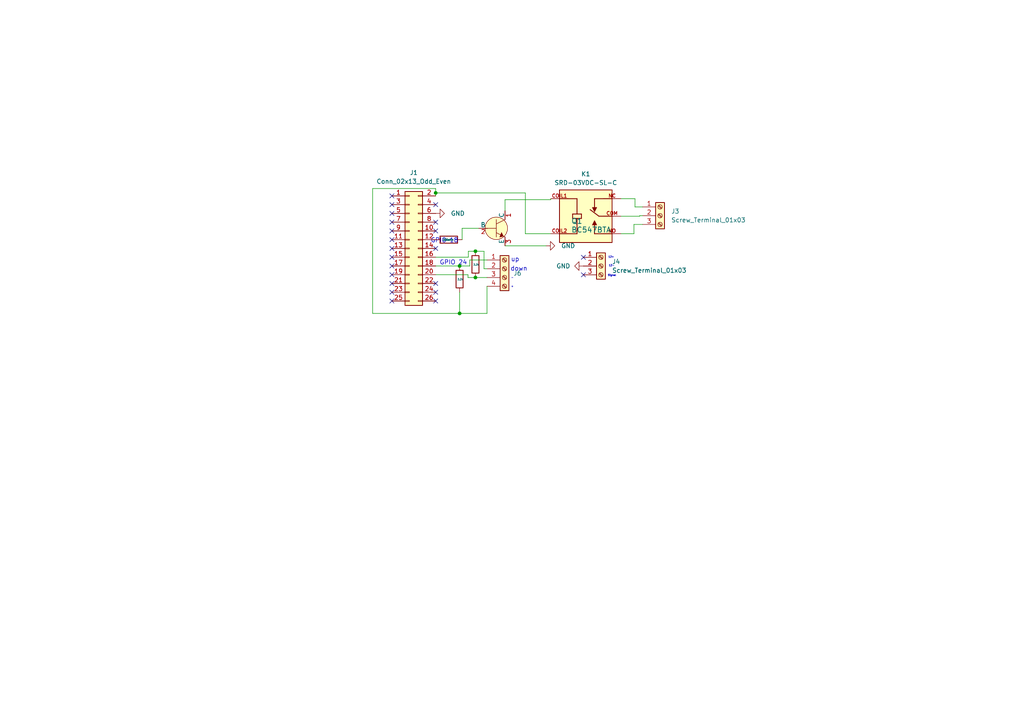
<source format=kicad_sch>
(kicad_sch (version 20230121) (generator eeschema)
  (paper "A4")
  (lib_symbols
    (symbol "Connector:Screw_Terminal_01x03" (pin_names (offset 1.016) hide)
      (property "Reference" "J" (at 0 5.08 0))
      (property "Value" "Screw_Terminal_01x03" (at 0 -5.08 0))
      (symbol "Screw_Terminal_01x03_1_1"
        (rectangle (start -1.27 3.81) (end 1.27 -3.81) (stroke (width 0.254)) (fill (type background)))
        (circle (center 0 -2.54) (radius 0.635) (stroke (width 0.1524)))
        (polyline (pts (xy -0.5334 -2.2098) (xy 0.3302 -3.048)) (stroke (width 0.1524)))
        (polyline (pts (xy -0.5334 0.3302) (xy 0.3302 -0.508)) (stroke (width 0.1524)))
        (polyline (pts (xy -0.5334 2.8702) (xy 0.3302 2.032)) (stroke (width 0.1524)))
        (polyline (pts (xy -0.3556 -2.032) (xy 0.508 -2.8702)) (stroke (width 0.1524)))
        (polyline (pts (xy -0.3556 0.508) (xy 0.508 -0.3302)) (stroke (width 0.1524)))
        (polyline (pts (xy -0.3556 3.048) (xy 0.508 2.2098)) (stroke (width 0.1524)))
        (circle (center 0 0) (radius 0.635) (stroke (width 0.1524)))
        (circle (center 0 2.54) (radius 0.635) (stroke (width 0.1524)))
        (pin passive line (at -5.08 2.54 0) (length 3.81) (name "Pin_1") (number "1"))
        (pin passive line (at -5.08 0 0) (length 3.81) (name "Pin_2") (number "2"))
        (pin passive line (at -5.08 -2.54 0) (length 3.81) (name "Pin_3") (number "3"))
      )
    )
    (symbol "Connector:Screw_Terminal_01x04" (pin_names (offset 1.016) hide)
      (property "Reference" "J" (at 0 5.08 0))
      (property "Value" "Screw_Terminal_01x04" (at 0 -7.62 0))
      (symbol "Screw_Terminal_01x04_1_1"
        (rectangle (start -1.27 3.81) (end 1.27 -6.35) (stroke (width 0.254)) (fill (type background)))
        (circle (center 0 -5.08) (radius 0.635) (stroke (width 0.1524)))
        (circle (center 0 -2.54) (radius 0.635) (stroke (width 0.1524)))
        (polyline (pts (xy -0.5334 -4.7498) (xy 0.3302 -5.588)) (stroke (width 0.1524)))
        (polyline (pts (xy -0.5334 -2.2098) (xy 0.3302 -3.048)) (stroke (width 0.1524)))
        (polyline (pts (xy -0.5334 0.3302) (xy 0.3302 -0.508)) (stroke (width 0.1524)))
        (polyline (pts (xy -0.5334 2.8702) (xy 0.3302 2.032)) (stroke (width 0.1524)))
        (polyline (pts (xy -0.3556 -4.572) (xy 0.508 -5.4102)) (stroke (width 0.1524)))
        (polyline (pts (xy -0.3556 -2.032) (xy 0.508 -2.8702)) (stroke (width 0.1524)))
        (polyline (pts (xy -0.3556 0.508) (xy 0.508 -0.3302)) (stroke (width 0.1524)))
        (polyline (pts (xy -0.3556 3.048) (xy 0.508 2.2098)) (stroke (width 0.1524)))
        (circle (center 0 0) (radius 0.635) (stroke (width 0.1524)))
        (circle (center 0 2.54) (radius 0.635) (stroke (width 0.1524)))
        (pin passive line (at -5.08 2.54 0) (length 3.81) (name "Pin_1") (number "1"))
        (pin passive line (at -5.08 0 0) (length 3.81) (name "Pin_2") (number "2"))
        (pin passive line (at -5.08 -2.54 0) (length 3.81) (name "Pin_3") (number "3"))
        (pin passive line (at -5.08 -5.08 0) (length 3.81) (name "Pin_4") (number "4"))
      )
    )
    (symbol "Connector_Generic:Conn_02x13_Odd_Even" (pin_names (offset 1.016) hide)
      (property "Reference" "J" (at 1.27 17.78 0))
      (property "Value" "Conn_02x13_Odd_Even" (at 1.27 -17.78 0))
      (symbol "Conn_02x13_Odd_Even_1_1"
        (rectangle (start -1.27 -15.113) (end 0 -15.367) (stroke (width 0.1524)))
        (rectangle (start -1.27 -12.573) (end 0 -12.827) (stroke (width 0.1524)))
        (rectangle (start -1.27 -10.033) (end 0 -10.287) (stroke (width 0.1524)))
        (rectangle (start -1.27 -7.493) (end 0 -7.747) (stroke (width 0.1524)))
        (rectangle (start -1.27 -4.953) (end 0 -5.207) (stroke (width 0.1524)))
        (rectangle (start -1.27 -2.413) (end 0 -2.667) (stroke (width 0.1524)))
        (rectangle (start -1.27 0.127) (end 0 -0.127) (stroke (width 0.1524)))
        (rectangle (start -1.27 2.667) (end 0 2.413) (stroke (width 0.1524)))
        (rectangle (start -1.27 5.207) (end 0 4.953) (stroke (width 0.1524)))
        (rectangle (start -1.27 7.747) (end 0 7.493) (stroke (width 0.1524)))
        (rectangle (start -1.27 10.287) (end 0 10.033) (stroke (width 0.1524)))
        (rectangle (start -1.27 12.827) (end 0 12.573) (stroke (width 0.1524)))
        (rectangle (start -1.27 15.367) (end 0 15.113) (stroke (width 0.1524)))
        (rectangle (start -1.27 16.51) (end 3.81 -16.51) (stroke (width 0.254)) (fill (type background)))
        (rectangle (start 3.81 -15.113) (end 2.54 -15.367) (stroke (width 0.1524)))
        (rectangle (start 3.81 -12.573) (end 2.54 -12.827) (stroke (width 0.1524)))
        (rectangle (start 3.81 -10.033) (end 2.54 -10.287) (stroke (width 0.1524)))
        (rectangle (start 3.81 -7.493) (end 2.54 -7.747) (stroke (width 0.1524)))
        (rectangle (start 3.81 -4.953) (end 2.54 -5.207) (stroke (width 0.1524)))
        (rectangle (start 3.81 -2.413) (end 2.54 -2.667) (stroke (width 0.1524)))
        (rectangle (start 3.81 0.127) (end 2.54 -0.127) (stroke (width 0.1524)))
        (rectangle (start 3.81 2.667) (end 2.54 2.413) (stroke (width 0.1524)))
        (rectangle (start 3.81 5.207) (end 2.54 4.953) (stroke (width 0.1524)))
        (rectangle (start 3.81 7.747) (end 2.54 7.493) (stroke (width 0.1524)))
        (rectangle (start 3.81 10.287) (end 2.54 10.033) (stroke (width 0.1524)))
        (rectangle (start 3.81 12.827) (end 2.54 12.573) (stroke (width 0.1524)))
        (rectangle (start 3.81 15.367) (end 2.54 15.113) (stroke (width 0.1524)))
        (pin passive line (at -5.08 15.24 0) (length 3.81) (name "Pin_1") (number "1"))
        (pin passive line (at 7.62 5.08 180) (length 3.81) (name "Pin_10") (number "10"))
        (pin passive line (at -5.08 2.54 0) (length 3.81) (name "Pin_11") (number "11"))
        (pin passive line (at 7.62 2.54 180) (length 3.81) (name "Pin_12") (number "12"))
        (pin passive line (at -5.08 0 0) (length 3.81) (name "Pin_13") (number "13"))
        (pin passive line (at 7.62 0 180) (length 3.81) (name "Pin_14") (number "14"))
        (pin passive line (at -5.08 -2.54 0) (length 3.81) (name "Pin_15") (number "15"))
        (pin passive line (at 7.62 -2.54 180) (length 3.81) (name "Pin_16") (number "16"))
        (pin passive line (at -5.08 -5.08 0) (length 3.81) (name "Pin_17") (number "17"))
        (pin passive line (at 7.62 -5.08 180) (length 3.81) (name "Pin_18") (number "18"))
        (pin passive line (at -5.08 -7.62 0) (length 3.81) (name "Pin_19") (number "19"))
        (pin passive line (at 7.62 15.24 180) (length 3.81) (name "Pin_2") (number "2"))
        (pin passive line (at 7.62 -7.62 180) (length 3.81) (name "Pin_20") (number "20"))
        (pin passive line (at -5.08 -10.16 0) (length 3.81) (name "Pin_21") (number "21"))
        (pin passive line (at 7.62 -10.16 180) (length 3.81) (name "Pin_22") (number "22"))
        (pin passive line (at -5.08 -12.7 0) (length 3.81) (name "Pin_23") (number "23"))
        (pin passive line (at 7.62 -12.7 180) (length 3.81) (name "Pin_24") (number "24"))
        (pin passive line (at -5.08 -15.24 0) (length 3.81) (name "Pin_25") (number "25"))
        (pin passive line (at 7.62 -15.24 180) (length 3.81) (name "Pin_26") (number "26"))
        (pin passive line (at -5.08 12.7 0) (length 3.81) (name "Pin_3") (number "3"))
        (pin passive line (at 7.62 12.7 180) (length 3.81) (name "Pin_4") (number "4"))
        (pin passive line (at -5.08 10.16 0) (length 3.81) (name "Pin_5") (number "5"))
        (pin passive line (at 7.62 10.16 180) (length 3.81) (name "Pin_6") (number "6"))
        (pin passive line (at -5.08 7.62 0) (length 3.81) (name "Pin_7") (number "7"))
        (pin passive line (at 7.62 7.62 180) (length 3.81) (name "Pin_8") (number "8"))
        (pin passive line (at -5.08 5.08 0) (length 3.81) (name "Pin_9") (number "9"))
      )
    )
    (symbol "Device:R" (pin_numbers hide) (pin_names (offset 0))
      (property "Reference" "R" (at 2.032 0 90))
      (property "Value" "R" (at 0 0 90))
      (symbol "R_0_1"
        (rectangle (start -1.016 -2.54) (end 1.016 2.54) (stroke (width 0.254)))
      )
      (symbol "R_1_1"
        (pin passive line (at 0 3.81 270) (length 1.27) (name "~") (number "1"))
        (pin passive line (at 0 -3.81 90) (length 1.27) (name "~") (number "2"))
      )
    )
    (symbol "SRD-03VDC-SL-C:SRD-03VDC-SL-C" (pin_names (offset 1.016))
      (property "Reference" "K" (at -7.62 8.89 0))
      (property "Value" "SRD-03VDC-SL-C" (at -7.62 -10.16 0))
      (symbol "SRD-03VDC-SL-C_0_0"
        (rectangle (start -7.62 -7.62) (end 7.62 7.62) (stroke (width 0.254)) (fill (type background)))
        (polyline (pts (xy -7.62 -5.08) (xy -2.54 -5.08)) (stroke (width 0.254)))
        (polyline (pts (xy -7.62 5.08) (xy -2.54 5.08)) (stroke (width 0.254)))
        (polyline (pts (xy -3.81 -0.635) (xy -3.81 0.635)) (stroke (width 0.254)))
        (polyline (pts (xy -3.81 0.635) (xy -2.54 0.635)) (stroke (width 0.254)))
        (polyline (pts (xy -2.54 -0.635) (xy -3.81 -0.635)) (stroke (width 0.254)))
        (polyline (pts (xy -2.54 -0.635) (xy -2.54 -5.08)) (stroke (width 0.254)))
        (polyline (pts (xy -2.54 0.635) (xy -1.27 0.635)) (stroke (width 0.254)))
        (polyline (pts (xy -2.54 5.08) (xy -2.54 0.635)) (stroke (width 0.254)))
        (polyline (pts (xy -1.27 -0.635) (xy -2.54 -0.635)) (stroke (width 0.254)))
        (polyline (pts (xy -1.27 0.635) (xy -1.27 -0.635)) (stroke (width 0.254)))
        (polyline (pts (xy 2.54 -5.08) (xy 2.54 -2.54)) (stroke (width 0.254)))
        (polyline (pts (xy 2.54 5.08) (xy 2.54 2.54)) (stroke (width 0.254)))
        (polyline (pts (xy 2.54 5.08) (xy 7.62 5.08)) (stroke (width 0.254)))
        (polyline (pts (xy 3.81 0) (xy 1.27 1.905)) (stroke (width 0.254)))
        (polyline (pts (xy 7.62 -5.08) (xy 2.54 -5.08)) (stroke (width 0.254)))
        (polyline (pts (xy 7.62 0) (xy 3.81 0)) (stroke (width 0.254)))
        (polyline (pts (xy 1.905 -2.54) (xy 3.175 -2.54) (xy 2.54 -1.27) (xy 1.905 -2.54)) (stroke (width 0.1524)) (fill (type outline)))
        (polyline (pts (xy 3.175 2.54) (xy 1.905 2.54) (xy 2.54 1.27) (xy 3.175 2.54)) (stroke (width 0.1524)) (fill (type outline)))
        (pin passive line (at -10.16 5.08 0) (length 5.08) (name "~") (number "COIL1"))
        (pin passive line (at -10.16 -5.08 0) (length 5.08) (name "~") (number "COIL2"))
        (pin passive line (at 10.16 0 180) (length 5.08) (name "~") (number "COM"))
        (pin passive line (at 10.16 5.08 180) (length 5.08) (name "~") (number "NC"))
        (pin passive line (at 10.16 -5.08 180) (length 5.08) (name "~") (number "NO"))
      )
    )
    (symbol "dk_Transistors-Bipolar-BJT-Single:BC547BTA" (pin_names (offset 0))
      (property "Reference" "Q" (at -3.2004 4.2164 0))
      (property "Value" "BC547BTA" (at 5.2324 0 90))
      (symbol "BC547BTA_0_1"
        (polyline (pts (xy -3.81 0) (xy -2.54 0)))
        (polyline (pts (xy -3.556 0) (xy 0 0)))
        (polyline (pts (xy 0 -1.27) (xy 2.54 -2.54)))
        (polyline (pts (xy 0 1.27) (xy 2.54 2.54)))
        (polyline (pts (xy 0 2.54) (xy 0 -2.54)))
        (polyline (pts (xy 1.524 -1.27) (xy 2.032 -2.286) (xy 1.016 -2.54) (xy 1.524 -1.27)) (fill (type outline)))
        (circle (center 0 0) (radius 3.2512) (fill (type background)))
      )
      (symbol "BC547BTA_1_1"
        (pin passive line (at 2.54 5.08 270) (length 2.54) (name "C") (number "1"))
        (pin input line (at -5.08 0 0) (length 2.54) (name "B") (number "2"))
        (pin passive line (at 2.54 -5.08 90) (length 2.54) (name "E") (number "3"))
      )
    )
    (symbol "power:GND" (power) (pin_names (offset 0))
      (property "Value" "GND" (at 0 -3.81 0))
      (symbol "GND_0_1"
        (polyline (pts (xy 0 0) (xy 0 -1.27) (xy 1.27 -1.27) (xy 0 -2.54) (xy -1.27 -1.27) (xy 0 -1.27)))
      )
      (symbol "GND_1_1"
        (pin power_in line (at 0 0 270) (length 0) hide (name "GND") (number "1"))
      )
    )
  )
  (junction (at 126.365 55.9562))
  (junction (at 133.2992 77.1398))
  (junction (at 133.2992 90.9066))
  (junction (at 137.8966 80.4926))
  (junction (at 137.8966 72.8726))
  (no_connect (at 113.665 59.3598))
  (no_connect (at 113.665 66.9798))
  (no_connect (at 113.665 61.8998))
  (no_connect (at 169.2148 79.7052))
  (no_connect (at 126.365 59.3598))
  (no_connect (at 126.365 84.7598))
  (no_connect (at 113.665 69.5198))
  (no_connect (at 113.665 56.8198))
  (no_connect (at 113.665 79.6798))
  (no_connect (at 113.665 72.0598))
  (no_connect (at 126.365 64.4398))
  (no_connect (at 113.665 87.2998))
  (no_connect (at 126.365 72.0598))
  (no_connect (at 113.665 74.5998))
  (no_connect (at 113.665 64.4398))
  (no_connect (at 126.365 66.9798))
  (no_connect (at 169.2148 74.6252))
  (no_connect (at 113.665 82.2198))
  (no_connect (at 126.365 82.2198))
  (no_connect (at 126.365 87.2998))
  (no_connect (at 113.665 77.1398))
  (no_connect (at 113.665 84.7598))
  (wire (pts (xy 135.8392 74.5998) (xy 135.8392 72.8726)))
  (wire (pts (xy 108.077 54.6862) (xy 108.077 90.9066)))
  (wire (pts (xy 126.365 55.9562) (xy 126.365 54.6862)))
  (wire (pts (xy 159.7406 67.7926) (xy 152.3746 67.7926)))
  (wire (pts (xy 185.5216 62.7126) (xy 185.5216 62.5602)))
  (wire (pts (xy 159.7406 57.912) (xy 159.7406 57.6326)))
  (wire (pts (xy 126.365 77.1398) (xy 133.2992 77.1398)))
  (wire (pts (xy 135.8392 72.8726) (xy 137.8966 72.8726)))
  (wire (pts (xy 146.4818 61.1378) (xy 146.4818 57.912)))
  (wire (pts (xy 126.365 56.8198) (xy 126.365 55.9562)))
  (wire (pts (xy 180.0606 62.7126) (xy 185.5216 62.7126)))
  (wire (pts (xy 126.365 74.5998) (xy 135.8392 74.5998)))
  (wire (pts (xy 133.2992 90.9066) (xy 141.2494 90.9066)))
  (wire (pts (xy 180.0606 67.7926) (xy 183.8706 67.7926)))
  (wire (pts (xy 141.2494 77.9526) (xy 140.3858 77.9526)))
  (wire (pts (xy 146.4818 71.2978) (xy 158.369 71.2978)))
  (wire (pts (xy 183.8706 65.1002) (xy 186.3598 65.1002)))
  (wire (pts (xy 136.271 75.4126) (xy 141.2494 75.4126)))
  (wire (pts (xy 138.8618 66.2178) (xy 134.0358 66.2178)))
  (wire (pts (xy 180.0606 57.6326) (xy 184.1754 57.6326)))
  (wire (pts (xy 152.3746 67.7926) (xy 152.3746 55.9562)))
  (wire (pts (xy 134.0358 66.2178) (xy 134.0358 69.5198)))
  (wire (pts (xy 126.365 54.6862) (xy 108.077 54.6862)))
  (wire (pts (xy 133.2992 77.1398) (xy 136.271 77.1398)))
  (wire (pts (xy 126.365 79.6798) (xy 135.7376 79.6798)))
  (wire (pts (xy 184.1754 60.0202) (xy 186.3598 60.0202)))
  (wire (pts (xy 136.271 77.1398) (xy 136.271 75.4126)))
  (wire (pts (xy 146.4818 57.912) (xy 159.7406 57.912)))
  (wire (pts (xy 108.077 90.9066) (xy 133.2992 90.9066)))
  (wire (pts (xy 152.3746 55.9562) (xy 126.365 55.9562)))
  (wire (pts (xy 185.5216 62.5602) (xy 186.3598 62.5602)))
  (wire (pts (xy 140.3858 77.9526) (xy 140.3858 72.8726)))
  (wire (pts (xy 141.2494 90.9066) (xy 141.2494 83.0326)))
  (wire (pts (xy 184.1754 57.6326) (xy 184.1754 60.0202)))
  (wire (pts (xy 140.3858 72.8726) (xy 137.8966 72.8726)))
  (wire (pts (xy 135.7376 80.4926) (xy 137.8966 80.4926)))
  (wire (pts (xy 133.2992 84.7598) (xy 133.2992 90.9066)))
  (wire (pts (xy 134.0358 69.5198) (xy 133.985 69.5198)))
  (wire (pts (xy 137.8966 80.4926) (xy 141.2494 80.4926)))
  (wire (pts (xy 135.7376 79.6798) (xy 135.7376 80.4926)))
  (wire (pts (xy 183.8706 67.7926) (xy 183.8706 65.1002)))
  (text "GPIO 18\n\n" (at 124.8918 72.644 0) (effects (font (size 1.27 1.27)) (justify left bottom)))
  (text "+\n" (at 148.209 83.566 0) (effects (font (size 0.5 0.5)) (justify left bottom)))
  (text "up\n" (at 148.1582 76.0984 0) (effects (font (size 1.27 1.27)) (justify left bottom)))
  (text "GPIO 24\n" (at 127.4826 77.0128 0) (effects (font (size 1.27 1.27)) (justify left bottom)))
  (text "down\n" (at 148.0312 78.8162 0) (effects (font (size 1.27 1.27)) (justify left bottom)))
  (text "12+" (at 176.403 75.0062 0) (effects (font (size 0.5 0.5)) (justify left bottom)))
  (text "12-" (at 176.53 77.4954 0) (effects (font (size 0.5 0.5)) (justify left bottom)))
  (text "Signal\n" (at 176.2506 80.3148 0) (effects (font (size 0.5 0.5)) (justify left bottom)))
  (text "-\n" (at 148.209 81.0006 0) (effects (font (size 0.5 0.5)) (justify left bottom)))
  (symbol (lib_id "Connector:Screw_Terminal_01x04") (at 146.3294 77.9526 0) (unit 1)
    (property "Reference" "J6" (at 148.8948 79.2734 0) (effects (justify left)))
    (property "Value" "Screw_Terminal_01x04" (effects hide))
    (property "Footprint" "TerminalBlock_RND:TerminalBlock_RND_205-00047_1x04_P5.00mm_Horizontal" (effects hide))
  )
  (symbol (lib_id "SRD-03VDC-SL-C:SRD-03VDC-SL-C") (at 169.9006 62.7126 0) (unit 1)
    (property "Reference" "K1" (at 169.9006 50.4698 0))
    (property "Value" "SRD-03VDC-SL-C" (at 169.9006 53.0098 0))
    (property "Footprint" "SRD-03VDC-SL-C:RELAY_SRD-03VDC-SL-C" (effects hide))
    (property "MF" "Songle Relay" (effects hide))
    (property "MAXIMUM_PACKAGE_HEIGHT" "15.80mm" (effects hide))
    (property "Package" "NON STANDARD-5 Songle Relay" (effects hide))
    (property "Price" "None" (effects hide))
    (property "Check_prices" "https://www.snapeda.com/parts/SRD-03VDC-SL-C/Songle+Relay/view-part/?ref=eda" (effects hide))
    (property "STANDARD" "Manufacturer Recommendations" (effects hide))
    (property "PARTREV" "20161104" (effects hide))
    (property "SnapEDA_Link" "https://www.snapeda.com/parts/SRD-03VDC-SL-C/Songle+Relay/view-part/?ref=snap" (effects hide))
    (property "MP" "SRD-03VDC-SL-C" (effects hide))
    (property "Description" "\nRelays General Purpose Non Latching 3VDC SPDT 10A (250VAC) Max 5PIN\n" (effects hide))
    (property "MANUFACTURER" "Songle Relay" (effects hide))
    (property "Availability" "Not in stock" (effects hide))
    (property "SNAPEDA_PN" "SRD-03VDC-SL-C" (effects hide))
  )
  (symbol (lib_id "power:GND") (at 158.369 71.2978 90) (unit 1)
    (property "Reference" "#PWR01" (effects hide))
    (property "Value" "GND" (at 162.7378 71.2978 90) (effects (justify right)))
  )
  (symbol (lib_id "power:GND") (at 169.2148 77.1652 270) (unit 1)
    (property "Reference" "#PWR03" (effects hide))
    (property "Value" "GND" (at 165.4302 77.1652 90) (effects (justify right)))
  )
  (symbol (lib_id "Connector:Screw_Terminal_01x03") (at 191.4398 62.5602 0) (unit 1)
    (property "Reference" "J3" (at 194.6656 61.2902 0) (effects (justify left)))
    (property "Value" "Screw_Terminal_01x03" (at 194.6656 63.8302 0) (effects (justify left)))
    (property "Footprint" "TerminalBlock_RND:TerminalBlock_RND_205-00046_1x03_P5.00mm_Horizontal" (effects hide))
  )
  (symbol (lib_id "power:GND") (at 126.365 61.8998 90) (unit 1)
    (property "Reference" "#PWR02" (effects hide))
    (property "Value" "GND" (at 130.7338 61.8998 90) (effects (justify right)))
  )
  (symbol (lib_id "Connector_Generic:Conn_02x13_Odd_Even") (at 118.745 72.0598 0) (unit 1)
    (property "Reference" "J1" (at 120.015 50.0888 0))
    (property "Value" "Conn_02x13_Odd_Even" (at 120.015 52.6288 0))
    (property "Footprint" "Connector_PinSocket_2.54mm:PinSocket_2x13_P2.54mm_Vertical" (effects hide))
  )
  (symbol (lib_id "Device:R") (at 130.175 69.5198 90) (unit 1)
    (property "Reference" "R3" (effects hide))
    (property "Value" "330ohm" (at 131.572 69.5452 90) (effects (font (size 0.5 0.5)) (justify left)))
    (property "Footprint" "Resistor_THT:R_Axial_DIN0207_L6.3mm_D2.5mm_P15.24mm_Horizontal" (effects hide))
  )
  (symbol (lib_id "dk_Transistors-Bipolar-BJT-Single:BC547BTA") (at 143.9418 66.2178 0) (unit 1)
    (property "Reference" "Q1" (at 165.6588 64.1096 0) (effects (font (size 1.524 1.524)) (justify left)))
    (property "Value" "BC547BTA" (at 165.6588 66.6496 0) (effects (font (size 1.524 1.524)) (justify left)))
    (property "Footprint" "digikey-footprints:TO-92-3_Formed_Leads" (effects hide))
    (property "Datasheet" "https://media.digikey.com/pdf/Data%20Sheets/ON%20Semiconductor%20PDFs/BC546-50.pdf" (effects hide))
    (property "Digi-Key_PN" "BC547BTACT-ND" (effects hide))
    (property "MPN" "BC547BTA" (effects hide))
    (property "Category" "Discrete Semiconductor Products" (effects hide))
    (property "Family" "Transistors - Bipolar (BJT) - Single" (effects hide))
    (property "DK_Datasheet_Link" "https://media.digikey.com/pdf/Data%20Sheets/ON%20Semiconductor%20PDFs/BC546-50.pdf" (effects hide))
    (property "DK_Detail_Page" "/product-detail/en/on-semiconductor/BC547BTA/BC547BTACT-ND/1532789" (effects hide))
    (property "Description" "TRANS NPN 45V 0.1A TO-92" (effects hide))
    (property "Manufacturer" "ON Semiconductor" (effects hide))
    (property "Status" "Active" (effects hide))
  )
  (symbol (lib_id "Connector:Screw_Terminal_01x03") (at 174.2948 77.1652 0) (unit 1)
    (property "Reference" "J4" (at 177.5206 75.8952 0) (effects (justify left)))
    (property "Value" "Screw_Terminal_01x03" (at 177.5206 78.4352 0) (effects (justify left)))
    (property "Footprint" "TerminalBlock_RND:TerminalBlock_RND_205-00046_1x03_P5.00mm_Horizontal" (effects hide))
  )
  (symbol (lib_id "Device:R") (at 137.8966 76.6826 0) (unit 1)
    (property "Reference" "R2" (effects hide))
    (property "Value" "2.2k" (at 137.2616 76.7588 0) (effects (font (size 0.5 0.5)) (justify left)))
    (property "Footprint" "Resistor_THT:R_Axial_DIN0207_L6.3mm_D2.5mm_P15.24mm_Horizontal" (effects hide))
  )
  (symbol (lib_id "Device:R") (at 133.2992 80.9498 0) (unit 1)
    (property "Reference" "R1" (effects hide))
    (property "Value" "2.2k" (at 132.6642 81.026 0) (effects (font (size 0.5 0.5)) (justify left)))
    (property "Footprint" "Resistor_THT:R_Axial_DIN0207_L6.3mm_D2.5mm_P15.24mm_Horizontal" (effects hide))
  )
)
</source>
